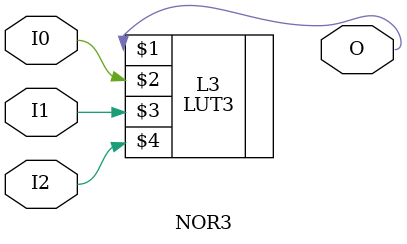
<source format=v>


`timescale  1 ps / 1 ps


module NOR3 (O, I0, I1, I2);

    output O;

    input  I0, I1, I2;

    LUT3 #(.INIT(8'h01)) L3 (O, I0, I1, I2);

endmodule

</source>
